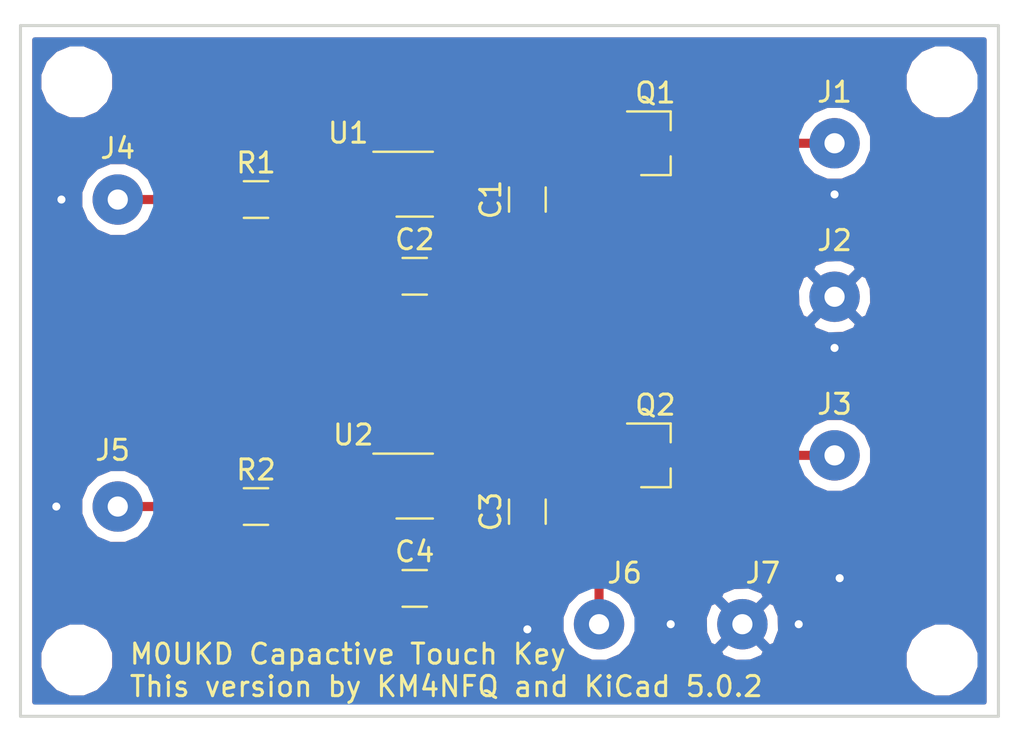
<source format=kicad_pcb>
(kicad_pcb (version 20171130) (host pcbnew 5.0.2+dfsg1-1)

  (general
    (thickness 1.6)
    (drawings 5)
    (tracks 67)
    (zones 0)
    (modules 21)
    (nets 13)
  )

  (page A4)
  (layers
    (0 F.Cu signal)
    (31 B.Cu signal)
    (32 B.Adhes user)
    (33 F.Adhes user)
    (34 B.Paste user)
    (35 F.Paste user)
    (36 B.SilkS user)
    (37 F.SilkS user)
    (38 B.Mask user)
    (39 F.Mask user)
    (40 Dwgs.User user)
    (41 Cmts.User user)
    (42 Eco1.User user)
    (43 Eco2.User user)
    (44 Edge.Cuts user)
    (45 Margin user)
    (46 B.CrtYd user)
    (47 F.CrtYd user)
    (48 B.Fab user)
    (49 F.Fab user)
  )

  (setup
    (last_trace_width 0.25)
    (trace_clearance 0.2)
    (zone_clearance 0.508)
    (zone_45_only no)
    (trace_min 0.2)
    (segment_width 0.2)
    (edge_width 0.15)
    (via_size 0.8)
    (via_drill 0.4)
    (via_min_size 0.4)
    (via_min_drill 0.3)
    (uvia_size 0.3)
    (uvia_drill 0.1)
    (uvias_allowed no)
    (uvia_min_size 0.2)
    (uvia_min_drill 0.1)
    (pcb_text_width 0.3)
    (pcb_text_size 1.5 1.5)
    (mod_edge_width 0.15)
    (mod_text_size 1 1)
    (mod_text_width 0.15)
    (pad_size 2.5 2.5)
    (pad_drill 2.5)
    (pad_to_mask_clearance 0.051)
    (solder_mask_min_width 0.25)
    (aux_axis_origin 0 0)
    (visible_elements FFFFFF7F)
    (pcbplotparams
      (layerselection 0x010fc_ffffffff)
      (usegerberextensions false)
      (usegerberattributes false)
      (usegerberadvancedattributes false)
      (creategerberjobfile false)
      (excludeedgelayer true)
      (linewidth 0.100000)
      (plotframeref false)
      (viasonmask false)
      (mode 1)
      (useauxorigin false)
      (hpglpennumber 1)
      (hpglpenspeed 20)
      (hpglpendiameter 15.000000)
      (psnegative false)
      (psa4output false)
      (plotreference true)
      (plotvalue true)
      (plotinvisibletext false)
      (padsonsilk false)
      (subtractmaskfromsilk false)
      (outputformat 1)
      (mirror false)
      (drillshape 0)
      (scaleselection 1)
      (outputdirectory "./gerber"))
  )

  (net 0 "")
  (net 1 +3V3)
  (net 2 GND)
  (net 3 "Net-(C2-Pad1)")
  (net 4 "Net-(C2-Pad2)")
  (net 5 "Net-(C4-Pad1)")
  (net 6 "Net-(C4-Pad2)")
  (net 7 "Net-(J1-Pad1)")
  (net 8 "Net-(J3-Pad1)")
  (net 9 "Net-(J4-Pad1)")
  (net 10 "Net-(J5-Pad1)")
  (net 11 "Net-(Q1-Pad1)")
  (net 12 "Net-(Q2-Pad1)")

  (net_class Default "This is the default net class."
    (clearance 0.2)
    (trace_width 0.25)
    (via_dia 0.8)
    (via_drill 0.4)
    (uvia_dia 0.3)
    (uvia_drill 0.1)
    (add_net +3V3)
    (add_net GND)
    (add_net "Net-(C2-Pad1)")
    (add_net "Net-(C2-Pad2)")
    (add_net "Net-(C4-Pad1)")
    (add_net "Net-(C4-Pad2)")
    (add_net "Net-(J1-Pad1)")
    (add_net "Net-(J3-Pad1)")
    (add_net "Net-(J4-Pad1)")
    (add_net "Net-(J5-Pad1)")
    (add_net "Net-(Q1-Pad1)")
    (add_net "Net-(Q2-Pad1)")
  )

  (module Capacitor_SMD:C_1206_3216Metric_Pad1.42x1.75mm_HandSolder (layer F.Cu) (tedit 5B301BBE) (tstamp 5DF06989)
    (at 163.322 90.932 90)
    (descr "Capacitor SMD 1206 (3216 Metric), square (rectangular) end terminal, IPC_7351 nominal with elongated pad for handsoldering. (Body size source: http://www.tortai-tech.com/upload/download/2011102023233369053.pdf), generated with kicad-footprint-generator")
    (tags "capacitor handsolder")
    (path /5DEB3D56)
    (attr smd)
    (fp_text reference C1 (at 0 -1.82 90) (layer F.SilkS)
      (effects (font (size 1 1) (thickness 0.15)))
    )
    (fp_text value 100nF (at 0 1.82 90) (layer F.Fab)
      (effects (font (size 1 1) (thickness 0.15)))
    )
    (fp_text user %R (at 0 0 90) (layer F.Fab)
      (effects (font (size 0.8 0.8) (thickness 0.12)))
    )
    (fp_line (start 2.45 1.12) (end -2.45 1.12) (layer F.CrtYd) (width 0.05))
    (fp_line (start 2.45 -1.12) (end 2.45 1.12) (layer F.CrtYd) (width 0.05))
    (fp_line (start -2.45 -1.12) (end 2.45 -1.12) (layer F.CrtYd) (width 0.05))
    (fp_line (start -2.45 1.12) (end -2.45 -1.12) (layer F.CrtYd) (width 0.05))
    (fp_line (start -0.602064 0.91) (end 0.602064 0.91) (layer F.SilkS) (width 0.12))
    (fp_line (start -0.602064 -0.91) (end 0.602064 -0.91) (layer F.SilkS) (width 0.12))
    (fp_line (start 1.6 0.8) (end -1.6 0.8) (layer F.Fab) (width 0.1))
    (fp_line (start 1.6 -0.8) (end 1.6 0.8) (layer F.Fab) (width 0.1))
    (fp_line (start -1.6 -0.8) (end 1.6 -0.8) (layer F.Fab) (width 0.1))
    (fp_line (start -1.6 0.8) (end -1.6 -0.8) (layer F.Fab) (width 0.1))
    (pad 2 smd roundrect (at 1.4875 0 90) (size 1.425 1.75) (layers F.Cu F.Paste F.Mask) (roundrect_rratio 0.175439)
      (net 1 +3V3))
    (pad 1 smd roundrect (at -1.4875 0 90) (size 1.425 1.75) (layers F.Cu F.Paste F.Mask) (roundrect_rratio 0.175439)
      (net 2 GND))
    (model ${KISYS3DMOD}/Capacitor_SMD.3dshapes/C_1206_3216Metric.wrl
      (at (xyz 0 0 0))
      (scale (xyz 1 1 1))
      (rotate (xyz 0 0 0))
    )
  )

  (module Capacitor_SMD:C_1206_3216Metric_Pad1.42x1.75mm_HandSolder (layer F.Cu) (tedit 5B301BBE) (tstamp 5DF0699A)
    (at 157.734 94.742)
    (descr "Capacitor SMD 1206 (3216 Metric), square (rectangular) end terminal, IPC_7351 nominal with elongated pad for handsoldering. (Body size source: http://www.tortai-tech.com/upload/download/2011102023233369053.pdf), generated with kicad-footprint-generator")
    (tags "capacitor handsolder")
    (path /5DEB3E96)
    (attr smd)
    (fp_text reference C2 (at 0 -1.82) (layer F.SilkS)
      (effects (font (size 1 1) (thickness 0.15)))
    )
    (fp_text value 2.2nF (at 0 1.82) (layer F.Fab)
      (effects (font (size 1 1) (thickness 0.15)))
    )
    (fp_text user %R (at 0 0) (layer F.Fab)
      (effects (font (size 0.8 0.8) (thickness 0.12)))
    )
    (fp_line (start 2.45 1.12) (end -2.45 1.12) (layer F.CrtYd) (width 0.05))
    (fp_line (start 2.45 -1.12) (end 2.45 1.12) (layer F.CrtYd) (width 0.05))
    (fp_line (start -2.45 -1.12) (end 2.45 -1.12) (layer F.CrtYd) (width 0.05))
    (fp_line (start -2.45 1.12) (end -2.45 -1.12) (layer F.CrtYd) (width 0.05))
    (fp_line (start -0.602064 0.91) (end 0.602064 0.91) (layer F.SilkS) (width 0.12))
    (fp_line (start -0.602064 -0.91) (end 0.602064 -0.91) (layer F.SilkS) (width 0.12))
    (fp_line (start 1.6 0.8) (end -1.6 0.8) (layer F.Fab) (width 0.1))
    (fp_line (start 1.6 -0.8) (end 1.6 0.8) (layer F.Fab) (width 0.1))
    (fp_line (start -1.6 -0.8) (end 1.6 -0.8) (layer F.Fab) (width 0.1))
    (fp_line (start -1.6 0.8) (end -1.6 -0.8) (layer F.Fab) (width 0.1))
    (pad 2 smd roundrect (at 1.4875 0) (size 1.425 1.75) (layers F.Cu F.Paste F.Mask) (roundrect_rratio 0.175439)
      (net 4 "Net-(C2-Pad2)"))
    (pad 1 smd roundrect (at -1.4875 0) (size 1.425 1.75) (layers F.Cu F.Paste F.Mask) (roundrect_rratio 0.175439)
      (net 3 "Net-(C2-Pad1)"))
    (model ${KISYS3DMOD}/Capacitor_SMD.3dshapes/C_1206_3216Metric.wrl
      (at (xyz 0 0 0))
      (scale (xyz 1 1 1))
      (rotate (xyz 0 0 0))
    )
  )

  (module Capacitor_SMD:C_1206_3216Metric_Pad1.42x1.75mm_HandSolder (layer F.Cu) (tedit 5B301BBE) (tstamp 5DF069AB)
    (at 163.322 106.426 90)
    (descr "Capacitor SMD 1206 (3216 Metric), square (rectangular) end terminal, IPC_7351 nominal with elongated pad for handsoldering. (Body size source: http://www.tortai-tech.com/upload/download/2011102023233369053.pdf), generated with kicad-footprint-generator")
    (tags "capacitor handsolder")
    (path /5DEB410C)
    (attr smd)
    (fp_text reference C3 (at 0 -1.82 90) (layer F.SilkS)
      (effects (font (size 1 1) (thickness 0.15)))
    )
    (fp_text value 100nF (at 0 1.82 90) (layer F.Fab)
      (effects (font (size 1 1) (thickness 0.15)))
    )
    (fp_text user %R (at 0 0 90) (layer F.Fab)
      (effects (font (size 0.8 0.8) (thickness 0.12)))
    )
    (fp_line (start 2.45 1.12) (end -2.45 1.12) (layer F.CrtYd) (width 0.05))
    (fp_line (start 2.45 -1.12) (end 2.45 1.12) (layer F.CrtYd) (width 0.05))
    (fp_line (start -2.45 -1.12) (end 2.45 -1.12) (layer F.CrtYd) (width 0.05))
    (fp_line (start -2.45 1.12) (end -2.45 -1.12) (layer F.CrtYd) (width 0.05))
    (fp_line (start -0.602064 0.91) (end 0.602064 0.91) (layer F.SilkS) (width 0.12))
    (fp_line (start -0.602064 -0.91) (end 0.602064 -0.91) (layer F.SilkS) (width 0.12))
    (fp_line (start 1.6 0.8) (end -1.6 0.8) (layer F.Fab) (width 0.1))
    (fp_line (start 1.6 -0.8) (end 1.6 0.8) (layer F.Fab) (width 0.1))
    (fp_line (start -1.6 -0.8) (end 1.6 -0.8) (layer F.Fab) (width 0.1))
    (fp_line (start -1.6 0.8) (end -1.6 -0.8) (layer F.Fab) (width 0.1))
    (pad 2 smd roundrect (at 1.4875 0 90) (size 1.425 1.75) (layers F.Cu F.Paste F.Mask) (roundrect_rratio 0.175439)
      (net 1 +3V3))
    (pad 1 smd roundrect (at -1.4875 0 90) (size 1.425 1.75) (layers F.Cu F.Paste F.Mask) (roundrect_rratio 0.175439)
      (net 2 GND))
    (model ${KISYS3DMOD}/Capacitor_SMD.3dshapes/C_1206_3216Metric.wrl
      (at (xyz 0 0 0))
      (scale (xyz 1 1 1))
      (rotate (xyz 0 0 0))
    )
  )

  (module Capacitor_SMD:C_1206_3216Metric_Pad1.42x1.75mm_HandSolder (layer F.Cu) (tedit 5B301BBE) (tstamp 5DF069BC)
    (at 157.734 110.236)
    (descr "Capacitor SMD 1206 (3216 Metric), square (rectangular) end terminal, IPC_7351 nominal with elongated pad for handsoldering. (Body size source: http://www.tortai-tech.com/upload/download/2011102023233369053.pdf), generated with kicad-footprint-generator")
    (tags "capacitor handsolder")
    (path /5DEB4172)
    (attr smd)
    (fp_text reference C4 (at 0 -1.82) (layer F.SilkS)
      (effects (font (size 1 1) (thickness 0.15)))
    )
    (fp_text value 2.2nF (at 0 1.82) (layer F.Fab)
      (effects (font (size 1 1) (thickness 0.15)))
    )
    (fp_text user %R (at 0 0) (layer F.Fab)
      (effects (font (size 0.8 0.8) (thickness 0.12)))
    )
    (fp_line (start 2.45 1.12) (end -2.45 1.12) (layer F.CrtYd) (width 0.05))
    (fp_line (start 2.45 -1.12) (end 2.45 1.12) (layer F.CrtYd) (width 0.05))
    (fp_line (start -2.45 -1.12) (end 2.45 -1.12) (layer F.CrtYd) (width 0.05))
    (fp_line (start -2.45 1.12) (end -2.45 -1.12) (layer F.CrtYd) (width 0.05))
    (fp_line (start -0.602064 0.91) (end 0.602064 0.91) (layer F.SilkS) (width 0.12))
    (fp_line (start -0.602064 -0.91) (end 0.602064 -0.91) (layer F.SilkS) (width 0.12))
    (fp_line (start 1.6 0.8) (end -1.6 0.8) (layer F.Fab) (width 0.1))
    (fp_line (start 1.6 -0.8) (end 1.6 0.8) (layer F.Fab) (width 0.1))
    (fp_line (start -1.6 -0.8) (end 1.6 -0.8) (layer F.Fab) (width 0.1))
    (fp_line (start -1.6 0.8) (end -1.6 -0.8) (layer F.Fab) (width 0.1))
    (pad 2 smd roundrect (at 1.4875 0) (size 1.425 1.75) (layers F.Cu F.Paste F.Mask) (roundrect_rratio 0.175439)
      (net 6 "Net-(C4-Pad2)"))
    (pad 1 smd roundrect (at -1.4875 0) (size 1.425 1.75) (layers F.Cu F.Paste F.Mask) (roundrect_rratio 0.175439)
      (net 5 "Net-(C4-Pad1)"))
    (model ${KISYS3DMOD}/Capacitor_SMD.3dshapes/C_1206_3216Metric.wrl
      (at (xyz 0 0 0))
      (scale (xyz 1 1 1))
      (rotate (xyz 0 0 0))
    )
  )

  (module Connector_Wire:SolderWirePad_1x01_Drill1mm (layer F.Cu) (tedit 5AEE5EBE) (tstamp 5DF069C6)
    (at 178.562 88.138)
    (descr "Wire solder connection")
    (tags connector)
    (path /5DEBA910)
    (attr virtual)
    (fp_text reference J1 (at 0 -2.54) (layer F.SilkS)
      (effects (font (size 1 1) (thickness 0.15)))
    )
    (fp_text value TIP (at 4.064 0) (layer F.Fab)
      (effects (font (size 1 1) (thickness 0.15)))
    )
    (fp_line (start 1.75 1.75) (end -1.75 1.75) (layer F.CrtYd) (width 0.05))
    (fp_line (start 1.75 1.75) (end 1.75 -1.75) (layer F.CrtYd) (width 0.05))
    (fp_line (start -1.75 -1.75) (end -1.75 1.75) (layer F.CrtYd) (width 0.05))
    (fp_line (start -1.75 -1.75) (end 1.75 -1.75) (layer F.CrtYd) (width 0.05))
    (fp_text user %R (at 0 0) (layer F.Fab)
      (effects (font (size 1 1) (thickness 0.15)))
    )
    (pad 1 thru_hole circle (at 0 0) (size 2.49936 2.49936) (drill 1.00076) (layers *.Cu *.Mask)
      (net 7 "Net-(J1-Pad1)"))
  )

  (module Connector_Wire:SolderWirePad_1x01_Drill1mm (layer F.Cu) (tedit 5AEE5EBE) (tstamp 5DF069D0)
    (at 178.562 95.758)
    (descr "Wire solder connection")
    (tags connector)
    (path /5DEC2363)
    (attr virtual)
    (fp_text reference J2 (at 0 -2.794) (layer F.SilkS)
      (effects (font (size 1 1) (thickness 0.15)))
    )
    (fp_text value GND (at 4.318 0) (layer F.Fab)
      (effects (font (size 1 1) (thickness 0.15)))
    )
    (fp_line (start 1.75 1.75) (end -1.75 1.75) (layer F.CrtYd) (width 0.05))
    (fp_line (start 1.75 1.75) (end 1.75 -1.75) (layer F.CrtYd) (width 0.05))
    (fp_line (start -1.75 -1.75) (end -1.75 1.75) (layer F.CrtYd) (width 0.05))
    (fp_line (start -1.75 -1.75) (end 1.75 -1.75) (layer F.CrtYd) (width 0.05))
    (fp_text user %R (at 0 0) (layer F.Fab)
      (effects (font (size 1 1) (thickness 0.15)))
    )
    (pad 1 thru_hole circle (at 0 0) (size 2.49936 2.49936) (drill 1.00076) (layers *.Cu *.Mask)
      (net 2 GND))
  )

  (module Connector_Wire:SolderWirePad_1x01_Drill1mm (layer F.Cu) (tedit 5AEE5EBE) (tstamp 5DF069DA)
    (at 178.562 103.632)
    (descr "Wire solder connection")
    (tags connector)
    (path /5DEBA52C)
    (attr virtual)
    (fp_text reference J3 (at 0 -2.54) (layer F.SilkS)
      (effects (font (size 1 1) (thickness 0.15)))
    )
    (fp_text value RING (at 4.318 0) (layer F.Fab)
      (effects (font (size 1 1) (thickness 0.15)))
    )
    (fp_line (start 1.75 1.75) (end -1.75 1.75) (layer F.CrtYd) (width 0.05))
    (fp_line (start 1.75 1.75) (end 1.75 -1.75) (layer F.CrtYd) (width 0.05))
    (fp_line (start -1.75 -1.75) (end -1.75 1.75) (layer F.CrtYd) (width 0.05))
    (fp_line (start -1.75 -1.75) (end 1.75 -1.75) (layer F.CrtYd) (width 0.05))
    (fp_text user %R (at 0 0) (layer F.Fab)
      (effects (font (size 1 1) (thickness 0.15)))
    )
    (pad 1 thru_hole circle (at 0 0) (size 2.49936 2.49936) (drill 1.00076) (layers *.Cu *.Mask)
      (net 8 "Net-(J3-Pad1)"))
  )

  (module Connector_Wire:SolderWirePad_1x01_Drill1mm (layer F.Cu) (tedit 5AEE5EBE) (tstamp 5DF069E4)
    (at 143.002 90.932)
    (descr "Wire solder connection")
    (tags connector)
    (path /5DEBA3EA)
    (attr virtual)
    (fp_text reference J4 (at 0 -2.54) (layer F.SilkS)
      (effects (font (size 1 1) (thickness 0.15)))
    )
    (fp_text value DIT (at 0 3.175) (layer F.Fab)
      (effects (font (size 1 1) (thickness 0.15)))
    )
    (fp_line (start 1.75 1.75) (end -1.75 1.75) (layer F.CrtYd) (width 0.05))
    (fp_line (start 1.75 1.75) (end 1.75 -1.75) (layer F.CrtYd) (width 0.05))
    (fp_line (start -1.75 -1.75) (end -1.75 1.75) (layer F.CrtYd) (width 0.05))
    (fp_line (start -1.75 -1.75) (end 1.75 -1.75) (layer F.CrtYd) (width 0.05))
    (fp_text user %R (at 0 0) (layer F.Fab)
      (effects (font (size 1 1) (thickness 0.15)))
    )
    (pad 1 thru_hole circle (at 0 0) (size 2.49936 2.49936) (drill 1.00076) (layers *.Cu *.Mask)
      (net 9 "Net-(J4-Pad1)"))
  )

  (module Connector_Wire:SolderWirePad_1x01_Drill1mm (layer F.Cu) (tedit 5AEE5EBE) (tstamp 5DF069EE)
    (at 143.002 106.172)
    (descr "Wire solder connection")
    (tags connector)
    (path /5DEBA4BA)
    (attr virtual)
    (fp_text reference J5 (at -0.254 -2.794) (layer F.SilkS)
      (effects (font (size 1 1) (thickness 0.15)))
    )
    (fp_text value DAH (at 0 3.175) (layer F.Fab)
      (effects (font (size 1 1) (thickness 0.15)))
    )
    (fp_line (start 1.75 1.75) (end -1.75 1.75) (layer F.CrtYd) (width 0.05))
    (fp_line (start 1.75 1.75) (end 1.75 -1.75) (layer F.CrtYd) (width 0.05))
    (fp_line (start -1.75 -1.75) (end -1.75 1.75) (layer F.CrtYd) (width 0.05))
    (fp_line (start -1.75 -1.75) (end 1.75 -1.75) (layer F.CrtYd) (width 0.05))
    (fp_text user %R (at 0 0) (layer F.Fab)
      (effects (font (size 1 1) (thickness 0.15)))
    )
    (pad 1 thru_hole circle (at 0 0) (size 2.49936 2.49936) (drill 1.00076) (layers *.Cu *.Mask)
      (net 10 "Net-(J5-Pad1)"))
  )

  (module Connector_Wire:SolderWirePad_1x01_Drill1mm (layer F.Cu) (tedit 5AEE5EBE) (tstamp 5DF069F8)
    (at 166.878 112.014)
    (descr "Wire solder connection")
    (tags connector)
    (path /5DED63A4)
    (attr virtual)
    (fp_text reference J6 (at 1.27 -2.54) (layer F.SilkS)
      (effects (font (size 1 1) (thickness 0.15)))
    )
    (fp_text value + (at 2.794 -2.794) (layer F.Fab)
      (effects (font (size 1 1) (thickness 0.15)))
    )
    (fp_line (start 1.75 1.75) (end -1.75 1.75) (layer F.CrtYd) (width 0.05))
    (fp_line (start 1.75 1.75) (end 1.75 -1.75) (layer F.CrtYd) (width 0.05))
    (fp_line (start -1.75 -1.75) (end -1.75 1.75) (layer F.CrtYd) (width 0.05))
    (fp_line (start -1.75 -1.75) (end 1.75 -1.75) (layer F.CrtYd) (width 0.05))
    (fp_text user %R (at 0 0) (layer F.Fab)
      (effects (font (size 1 1) (thickness 0.15)))
    )
    (pad 1 thru_hole circle (at 0 0) (size 2.49936 2.49936) (drill 1.00076) (layers *.Cu *.Mask)
      (net 1 +3V3))
  )

  (module Connector_Wire:SolderWirePad_1x01_Drill1mm (layer F.Cu) (tedit 5AEE5EBE) (tstamp 5DF06A02)
    (at 173.99 112.014)
    (descr "Wire solder connection")
    (tags connector)
    (path /5DED6452)
    (attr virtual)
    (fp_text reference J7 (at 1.016 -2.54) (layer F.SilkS)
      (effects (font (size 1 1) (thickness 0.15)))
    )
    (fp_text value - (at 2.54 -2.54) (layer F.Fab)
      (effects (font (size 1 1) (thickness 0.15)))
    )
    (fp_line (start 1.75 1.75) (end -1.75 1.75) (layer F.CrtYd) (width 0.05))
    (fp_line (start 1.75 1.75) (end 1.75 -1.75) (layer F.CrtYd) (width 0.05))
    (fp_line (start -1.75 -1.75) (end -1.75 1.75) (layer F.CrtYd) (width 0.05))
    (fp_line (start -1.75 -1.75) (end 1.75 -1.75) (layer F.CrtYd) (width 0.05))
    (fp_text user %R (at 0 0) (layer F.Fab)
      (effects (font (size 1 1) (thickness 0.15)))
    )
    (pad 1 thru_hole circle (at 0 0) (size 2.49936 2.49936) (drill 1.00076) (layers *.Cu *.Mask)
      (net 2 GND))
  )

  (module Package_TO_SOT_SMD:SOT-23 (layer F.Cu) (tedit 5A02FF57) (tstamp 5DF06A17)
    (at 169.672 88.138)
    (descr "SOT-23, Standard")
    (tags SOT-23)
    (path /5DEB371A)
    (attr smd)
    (fp_text reference Q1 (at 0 -2.5) (layer F.SilkS)
      (effects (font (size 1 1) (thickness 0.15)))
    )
    (fp_text value IRFML8244TRPBF (at 0 2.5) (layer F.Fab) hide
      (effects (font (size 1 1) (thickness 0.15)))
    )
    (fp_line (start 0.76 1.58) (end -0.7 1.58) (layer F.SilkS) (width 0.12))
    (fp_line (start 0.76 -1.58) (end -1.4 -1.58) (layer F.SilkS) (width 0.12))
    (fp_line (start -1.7 1.75) (end -1.7 -1.75) (layer F.CrtYd) (width 0.05))
    (fp_line (start 1.7 1.75) (end -1.7 1.75) (layer F.CrtYd) (width 0.05))
    (fp_line (start 1.7 -1.75) (end 1.7 1.75) (layer F.CrtYd) (width 0.05))
    (fp_line (start -1.7 -1.75) (end 1.7 -1.75) (layer F.CrtYd) (width 0.05))
    (fp_line (start 0.76 -1.58) (end 0.76 -0.65) (layer F.SilkS) (width 0.12))
    (fp_line (start 0.76 1.58) (end 0.76 0.65) (layer F.SilkS) (width 0.12))
    (fp_line (start -0.7 1.52) (end 0.7 1.52) (layer F.Fab) (width 0.1))
    (fp_line (start 0.7 -1.52) (end 0.7 1.52) (layer F.Fab) (width 0.1))
    (fp_line (start -0.7 -0.95) (end -0.15 -1.52) (layer F.Fab) (width 0.1))
    (fp_line (start -0.15 -1.52) (end 0.7 -1.52) (layer F.Fab) (width 0.1))
    (fp_line (start -0.7 -0.95) (end -0.7 1.5) (layer F.Fab) (width 0.1))
    (fp_text user %R (at 0 0 90) (layer F.Fab)
      (effects (font (size 0.5 0.5) (thickness 0.075)))
    )
    (pad 3 smd rect (at 1 0) (size 0.9 0.8) (layers F.Cu F.Paste F.Mask)
      (net 7 "Net-(J1-Pad1)"))
    (pad 2 smd rect (at -1 0.95) (size 0.9 0.8) (layers F.Cu F.Paste F.Mask)
      (net 2 GND))
    (pad 1 smd rect (at -1 -0.95) (size 0.9 0.8) (layers F.Cu F.Paste F.Mask)
      (net 11 "Net-(Q1-Pad1)"))
    (model ${KISYS3DMOD}/Package_TO_SOT_SMD.3dshapes/SOT-23.wrl
      (at (xyz 0 0 0))
      (scale (xyz 1 1 1))
      (rotate (xyz 0 0 0))
    )
  )

  (module Package_TO_SOT_SMD:SOT-23 (layer F.Cu) (tedit 5A02FF57) (tstamp 5DF06A2C)
    (at 169.672 103.632)
    (descr "SOT-23, Standard")
    (tags SOT-23)
    (path /5DEB37DE)
    (attr smd)
    (fp_text reference Q2 (at 0 -2.5) (layer F.SilkS)
      (effects (font (size 1 1) (thickness 0.15)))
    )
    (fp_text value IRFML8244TRPBF (at -4.318 -3.81) (layer F.Fab) hide
      (effects (font (size 1 1) (thickness 0.15)))
    )
    (fp_line (start 0.76 1.58) (end -0.7 1.58) (layer F.SilkS) (width 0.12))
    (fp_line (start 0.76 -1.58) (end -1.4 -1.58) (layer F.SilkS) (width 0.12))
    (fp_line (start -1.7 1.75) (end -1.7 -1.75) (layer F.CrtYd) (width 0.05))
    (fp_line (start 1.7 1.75) (end -1.7 1.75) (layer F.CrtYd) (width 0.05))
    (fp_line (start 1.7 -1.75) (end 1.7 1.75) (layer F.CrtYd) (width 0.05))
    (fp_line (start -1.7 -1.75) (end 1.7 -1.75) (layer F.CrtYd) (width 0.05))
    (fp_line (start 0.76 -1.58) (end 0.76 -0.65) (layer F.SilkS) (width 0.12))
    (fp_line (start 0.76 1.58) (end 0.76 0.65) (layer F.SilkS) (width 0.12))
    (fp_line (start -0.7 1.52) (end 0.7 1.52) (layer F.Fab) (width 0.1))
    (fp_line (start 0.7 -1.52) (end 0.7 1.52) (layer F.Fab) (width 0.1))
    (fp_line (start -0.7 -0.95) (end -0.15 -1.52) (layer F.Fab) (width 0.1))
    (fp_line (start -0.15 -1.52) (end 0.7 -1.52) (layer F.Fab) (width 0.1))
    (fp_line (start -0.7 -0.95) (end -0.7 1.5) (layer F.Fab) (width 0.1))
    (fp_text user %R (at 0 0 90) (layer F.Fab)
      (effects (font (size 0.5 0.5) (thickness 0.075)))
    )
    (pad 3 smd rect (at 1 0) (size 0.9 0.8) (layers F.Cu F.Paste F.Mask)
      (net 8 "Net-(J3-Pad1)"))
    (pad 2 smd rect (at -1 0.95) (size 0.9 0.8) (layers F.Cu F.Paste F.Mask)
      (net 2 GND))
    (pad 1 smd rect (at -1 -0.95) (size 0.9 0.8) (layers F.Cu F.Paste F.Mask)
      (net 12 "Net-(Q2-Pad1)"))
    (model ${KISYS3DMOD}/Package_TO_SOT_SMD.3dshapes/SOT-23.wrl
      (at (xyz 0 0 0))
      (scale (xyz 1 1 1))
      (rotate (xyz 0 0 0))
    )
  )

  (module Resistor_SMD:R_1206_3216Metric_Pad1.42x1.75mm_HandSolder (layer F.Cu) (tedit 5B301BBD) (tstamp 5DF06A3D)
    (at 149.86 90.932)
    (descr "Resistor SMD 1206 (3216 Metric), square (rectangular) end terminal, IPC_7351 nominal with elongated pad for handsoldering. (Body size source: http://www.tortai-tech.com/upload/download/2011102023233369053.pdf), generated with kicad-footprint-generator")
    (tags "resistor handsolder")
    (path /5DEB3C39)
    (attr smd)
    (fp_text reference R1 (at 0 -1.82) (layer F.SilkS)
      (effects (font (size 1 1) (thickness 0.15)))
    )
    (fp_text value 22K (at 0 1.82) (layer F.Fab)
      (effects (font (size 1 1) (thickness 0.15)))
    )
    (fp_text user %R (at 0 0) (layer F.Fab)
      (effects (font (size 0.8 0.8) (thickness 0.12)))
    )
    (fp_line (start 2.45 1.12) (end -2.45 1.12) (layer F.CrtYd) (width 0.05))
    (fp_line (start 2.45 -1.12) (end 2.45 1.12) (layer F.CrtYd) (width 0.05))
    (fp_line (start -2.45 -1.12) (end 2.45 -1.12) (layer F.CrtYd) (width 0.05))
    (fp_line (start -2.45 1.12) (end -2.45 -1.12) (layer F.CrtYd) (width 0.05))
    (fp_line (start -0.602064 0.91) (end 0.602064 0.91) (layer F.SilkS) (width 0.12))
    (fp_line (start -0.602064 -0.91) (end 0.602064 -0.91) (layer F.SilkS) (width 0.12))
    (fp_line (start 1.6 0.8) (end -1.6 0.8) (layer F.Fab) (width 0.1))
    (fp_line (start 1.6 -0.8) (end 1.6 0.8) (layer F.Fab) (width 0.1))
    (fp_line (start -1.6 -0.8) (end 1.6 -0.8) (layer F.Fab) (width 0.1))
    (fp_line (start -1.6 0.8) (end -1.6 -0.8) (layer F.Fab) (width 0.1))
    (pad 2 smd roundrect (at 1.4875 0) (size 1.425 1.75) (layers F.Cu F.Paste F.Mask) (roundrect_rratio 0.175439)
      (net 3 "Net-(C2-Pad1)"))
    (pad 1 smd roundrect (at -1.4875 0) (size 1.425 1.75) (layers F.Cu F.Paste F.Mask) (roundrect_rratio 0.175439)
      (net 9 "Net-(J4-Pad1)"))
    (model ${KISYS3DMOD}/Resistor_SMD.3dshapes/R_1206_3216Metric.wrl
      (at (xyz 0 0 0))
      (scale (xyz 1 1 1))
      (rotate (xyz 0 0 0))
    )
  )

  (module Resistor_SMD:R_1206_3216Metric_Pad1.42x1.75mm_HandSolder (layer F.Cu) (tedit 5B301BBD) (tstamp 5DF06A4E)
    (at 149.86 106.172)
    (descr "Resistor SMD 1206 (3216 Metric), square (rectangular) end terminal, IPC_7351 nominal with elongated pad for handsoldering. (Body size source: http://www.tortai-tech.com/upload/download/2011102023233369053.pdf), generated with kicad-footprint-generator")
    (tags "resistor handsolder")
    (path /5DEB3CF1)
    (attr smd)
    (fp_text reference R2 (at 0 -1.82) (layer F.SilkS)
      (effects (font (size 1 1) (thickness 0.15)))
    )
    (fp_text value 22K (at 0 1.82) (layer F.Fab)
      (effects (font (size 1 1) (thickness 0.15)))
    )
    (fp_text user %R (at 0 0) (layer F.Fab)
      (effects (font (size 0.8 0.8) (thickness 0.12)))
    )
    (fp_line (start 2.45 1.12) (end -2.45 1.12) (layer F.CrtYd) (width 0.05))
    (fp_line (start 2.45 -1.12) (end 2.45 1.12) (layer F.CrtYd) (width 0.05))
    (fp_line (start -2.45 -1.12) (end 2.45 -1.12) (layer F.CrtYd) (width 0.05))
    (fp_line (start -2.45 1.12) (end -2.45 -1.12) (layer F.CrtYd) (width 0.05))
    (fp_line (start -0.602064 0.91) (end 0.602064 0.91) (layer F.SilkS) (width 0.12))
    (fp_line (start -0.602064 -0.91) (end 0.602064 -0.91) (layer F.SilkS) (width 0.12))
    (fp_line (start 1.6 0.8) (end -1.6 0.8) (layer F.Fab) (width 0.1))
    (fp_line (start 1.6 -0.8) (end 1.6 0.8) (layer F.Fab) (width 0.1))
    (fp_line (start -1.6 -0.8) (end 1.6 -0.8) (layer F.Fab) (width 0.1))
    (fp_line (start -1.6 0.8) (end -1.6 -0.8) (layer F.Fab) (width 0.1))
    (pad 2 smd roundrect (at 1.4875 0) (size 1.425 1.75) (layers F.Cu F.Paste F.Mask) (roundrect_rratio 0.175439)
      (net 5 "Net-(C4-Pad1)"))
    (pad 1 smd roundrect (at -1.4875 0) (size 1.425 1.75) (layers F.Cu F.Paste F.Mask) (roundrect_rratio 0.175439)
      (net 10 "Net-(J5-Pad1)"))
    (model ${KISYS3DMOD}/Resistor_SMD.3dshapes/R_1206_3216Metric.wrl
      (at (xyz 0 0 0))
      (scale (xyz 1 1 1))
      (rotate (xyz 0 0 0))
    )
  )

  (module Package_TO_SOT_SMD:SOT-23-6_Handsoldering (layer F.Cu) (tedit 5A02FF57) (tstamp 5DF06A64)
    (at 157.734 90.17)
    (descr "6-pin SOT-23 package, Handsoldering")
    (tags "SOT-23-6 Handsoldering")
    (path /5DEB3B7A)
    (attr smd)
    (fp_text reference U1 (at -3.302 -2.54) (layer F.SilkS)
      (effects (font (size 1 1) (thickness 0.15)))
    )
    (fp_text value AT42QT1011 (at 0 2.9) (layer F.Fab) hide
      (effects (font (size 1 1) (thickness 0.15)))
    )
    (fp_line (start 0.9 -1.55) (end 0.9 1.55) (layer F.Fab) (width 0.1))
    (fp_line (start 0.9 1.55) (end -0.9 1.55) (layer F.Fab) (width 0.1))
    (fp_line (start -0.9 -0.9) (end -0.9 1.55) (layer F.Fab) (width 0.1))
    (fp_line (start 0.9 -1.55) (end -0.25 -1.55) (layer F.Fab) (width 0.1))
    (fp_line (start -0.9 -0.9) (end -0.25 -1.55) (layer F.Fab) (width 0.1))
    (fp_line (start -2.4 -1.8) (end 2.4 -1.8) (layer F.CrtYd) (width 0.05))
    (fp_line (start 2.4 -1.8) (end 2.4 1.8) (layer F.CrtYd) (width 0.05))
    (fp_line (start 2.4 1.8) (end -2.4 1.8) (layer F.CrtYd) (width 0.05))
    (fp_line (start -2.4 1.8) (end -2.4 -1.8) (layer F.CrtYd) (width 0.05))
    (fp_line (start 0.9 -1.61) (end -2.05 -1.61) (layer F.SilkS) (width 0.12))
    (fp_line (start -0.9 1.61) (end 0.9 1.61) (layer F.SilkS) (width 0.12))
    (fp_text user %R (at 0 0 90) (layer F.Fab)
      (effects (font (size 0.5 0.5) (thickness 0.075)))
    )
    (pad 5 smd rect (at 1.35 0) (size 1.56 0.65) (layers F.Cu F.Paste F.Mask)
      (net 1 +3V3))
    (pad 6 smd rect (at 1.35 -0.95) (size 1.56 0.65) (layers F.Cu F.Paste F.Mask)
      (net 1 +3V3))
    (pad 4 smd rect (at 1.35 0.95) (size 1.56 0.65) (layers F.Cu F.Paste F.Mask)
      (net 4 "Net-(C2-Pad2)"))
    (pad 3 smd rect (at -1.35 0.95) (size 1.56 0.65) (layers F.Cu F.Paste F.Mask)
      (net 3 "Net-(C2-Pad1)"))
    (pad 2 smd rect (at -1.35 0) (size 1.56 0.65) (layers F.Cu F.Paste F.Mask)
      (net 2 GND))
    (pad 1 smd rect (at -1.35 -0.95) (size 1.56 0.65) (layers F.Cu F.Paste F.Mask)
      (net 11 "Net-(Q1-Pad1)"))
    (model ${KISYS3DMOD}/Package_TO_SOT_SMD.3dshapes/SOT-23-6.wrl
      (at (xyz 0 0 0))
      (scale (xyz 1 1 1))
      (rotate (xyz 0 0 0))
    )
  )

  (module Package_TO_SOT_SMD:SOT-23-6_Handsoldering (layer F.Cu) (tedit 5A02FF57) (tstamp 5DF06A7A)
    (at 157.734 105.156)
    (descr "6-pin SOT-23 package, Handsoldering")
    (tags "SOT-23-6 Handsoldering")
    (path /5DEB3BB6)
    (attr smd)
    (fp_text reference U2 (at -3.048 -2.54) (layer F.SilkS)
      (effects (font (size 1 1) (thickness 0.15)))
    )
    (fp_text value AT42QT1011 (at 0 2.9) (layer F.Fab) hide
      (effects (font (size 1 1) (thickness 0.15)))
    )
    (fp_line (start 0.9 -1.55) (end 0.9 1.55) (layer F.Fab) (width 0.1))
    (fp_line (start 0.9 1.55) (end -0.9 1.55) (layer F.Fab) (width 0.1))
    (fp_line (start -0.9 -0.9) (end -0.9 1.55) (layer F.Fab) (width 0.1))
    (fp_line (start 0.9 -1.55) (end -0.25 -1.55) (layer F.Fab) (width 0.1))
    (fp_line (start -0.9 -0.9) (end -0.25 -1.55) (layer F.Fab) (width 0.1))
    (fp_line (start -2.4 -1.8) (end 2.4 -1.8) (layer F.CrtYd) (width 0.05))
    (fp_line (start 2.4 -1.8) (end 2.4 1.8) (layer F.CrtYd) (width 0.05))
    (fp_line (start 2.4 1.8) (end -2.4 1.8) (layer F.CrtYd) (width 0.05))
    (fp_line (start -2.4 1.8) (end -2.4 -1.8) (layer F.CrtYd) (width 0.05))
    (fp_line (start 0.9 -1.61) (end -2.05 -1.61) (layer F.SilkS) (width 0.12))
    (fp_line (start -0.9 1.61) (end 0.9 1.61) (layer F.SilkS) (width 0.12))
    (fp_text user %R (at 0 0 90) (layer F.Fab)
      (effects (font (size 0.5 0.5) (thickness 0.075)))
    )
    (pad 5 smd rect (at 1.35 0) (size 1.56 0.65) (layers F.Cu F.Paste F.Mask)
      (net 1 +3V3))
    (pad 6 smd rect (at 1.35 -0.95) (size 1.56 0.65) (layers F.Cu F.Paste F.Mask)
      (net 1 +3V3))
    (pad 4 smd rect (at 1.35 0.95) (size 1.56 0.65) (layers F.Cu F.Paste F.Mask)
      (net 6 "Net-(C4-Pad2)"))
    (pad 3 smd rect (at -1.35 0.95) (size 1.56 0.65) (layers F.Cu F.Paste F.Mask)
      (net 5 "Net-(C4-Pad1)"))
    (pad 2 smd rect (at -1.35 0) (size 1.56 0.65) (layers F.Cu F.Paste F.Mask)
      (net 2 GND))
    (pad 1 smd rect (at -1.35 -0.95) (size 1.56 0.65) (layers F.Cu F.Paste F.Mask)
      (net 12 "Net-(Q2-Pad1)"))
    (model ${KISYS3DMOD}/Package_TO_SOT_SMD.3dshapes/SOT-23-6.wrl
      (at (xyz 0 0 0))
      (scale (xyz 1 1 1))
      (rotate (xyz 0 0 0))
    )
  )

  (module MountingHole:MountingHole_2.5mm (layer F.Cu) (tedit 5E07831F) (tstamp 5E07867B)
    (at 140.97 85.09)
    (descr "Mounting Hole 2.5mm, no annular")
    (tags "mounting hole 2.5mm no annular")
    (path /5E076795)
    (attr virtual)
    (fp_text reference H1 (at 0 -3.5) (layer F.SilkS) hide
      (effects (font (size 1 1) (thickness 0.15)))
    )
    (fp_text value MountingHole (at 0 3.5) (layer F.Fab) hide
      (effects (font (size 1 1) (thickness 0.15)))
    )
    (fp_circle (center 0 0) (end 2.75 0) (layer F.CrtYd) (width 0.05))
    (fp_circle (center 0 0) (end 2.5 0) (layer Cmts.User) (width 0.15))
    (fp_text user %R (at 0.3 0) (layer F.Fab)
      (effects (font (size 1 1) (thickness 0.15)))
    )
    (pad 1 np_thru_hole circle (at 0 0) (size 2.5 2.5) (drill 2.5) (layers *.Cu *.Mask))
  )

  (module MountingHole:MountingHole_2.5mm (layer F.Cu) (tedit 5E078309) (tstamp 5E078682)
    (at 140.97 113.792)
    (descr "Mounting Hole 2.5mm, no annular")
    (tags "mounting hole 2.5mm no annular")
    (path /5E07692F)
    (attr virtual)
    (fp_text reference H2 (at 0 -3.5) (layer F.SilkS) hide
      (effects (font (size 1 1) (thickness 0.15)))
    )
    (fp_text value MountingHole (at 0 3.5) (layer F.Fab) hide
      (effects (font (size 1 1) (thickness 0.15)))
    )
    (fp_text user %R (at 0.3 0) (layer F.Fab)
      (effects (font (size 1 1) (thickness 0.15)))
    )
    (fp_circle (center 0 0) (end 2.5 0) (layer Cmts.User) (width 0.15))
    (fp_circle (center 0 0) (end 2.75 0) (layer F.CrtYd) (width 0.05))
    (pad 1 np_thru_hole circle (at 0 0) (size 2.5 2.5) (drill 2.5) (layers *.Cu *.Mask))
  )

  (module MountingHole:MountingHole_2.5mm (layer F.Cu) (tedit 5E078361) (tstamp 5E078689)
    (at 183.896 85.09)
    (descr "Mounting Hole 2.5mm, no annular")
    (tags "mounting hole 2.5mm no annular")
    (path /5E076969)
    (attr virtual)
    (fp_text reference H3 (at 0 -3.5) (layer F.SilkS) hide
      (effects (font (size 1 1) (thickness 0.15)))
    )
    (fp_text value MountingHole (at 0 3.5) (layer F.Fab) hide
      (effects (font (size 1 1) (thickness 0.15)))
    )
    (fp_circle (center 0 0) (end 2.75 0) (layer F.CrtYd) (width 0.05))
    (fp_circle (center 0 0) (end 2.5 0) (layer Cmts.User) (width 0.15))
    (fp_text user %R (at 0.3 0) (layer F.Fab)
      (effects (font (size 1 1) (thickness 0.15)))
    )
    (pad "" np_thru_hole circle (at 0 0) (size 2.5 2.5) (drill 2.5) (layers *.Cu *.Mask))
  )

  (module MountingHole:MountingHole_2.5mm (layer F.Cu) (tedit 5E0782F7) (tstamp 5E078690)
    (at 183.896 113.792)
    (descr "Mounting Hole 2.5mm, no annular")
    (tags "mounting hole 2.5mm no annular")
    (path /5E0769A5)
    (attr virtual)
    (fp_text reference H4 (at 0 -3.5) (layer F.SilkS) hide
      (effects (font (size 1 1) (thickness 0.15)))
    )
    (fp_text value MountingHole (at 0 3.5) (layer F.Fab) hide
      (effects (font (size 1 1) (thickness 0.15)))
    )
    (fp_text user %R (at 0.3 0) (layer F.Fab)
      (effects (font (size 1 1) (thickness 0.15)))
    )
    (fp_circle (center 0 0) (end 2.5 0) (layer Cmts.User) (width 0.15))
    (fp_circle (center 0 0) (end 2.75 0) (layer F.CrtYd) (width 0.05))
    (pad 1 np_thru_hole circle (at 0 0) (size 2.5 2.5) (drill 2.5) (layers *.Cu *.Mask))
  )

  (gr_text "M0UKD Capactive Touch Key\nThis version by KM4NFQ and KiCad 5.0.2" (at 143.51 114.3) (layer F.SilkS)
    (effects (font (size 1 1) (thickness 0.15)) (justify left))
  )
  (gr_line (start 138.176 82.296) (end 186.69 82.296) (layer Edge.Cuts) (width 0.15))
  (gr_line (start 138.176 116.586) (end 138.176 82.296) (layer Edge.Cuts) (width 0.15))
  (gr_line (start 186.69 116.586) (end 138.176 116.586) (layer Edge.Cuts) (width 0.15))
  (gr_line (start 186.69 82.296) (end 186.69 116.586) (layer Edge.Cuts) (width 0.15))

  (segment (start 166.878 110.246686) (end 166.878 112.014) (width 0.45) (layer F.Cu) (net 1))
  (segment (start 166.878 107.5195) (end 166.878 110.246686) (width 0.45) (layer F.Cu) (net 1))
  (segment (start 164.297 104.9385) (end 166.878 107.5195) (width 0.45) (layer F.Cu) (net 1))
  (segment (start 163.322 104.9385) (end 164.297 104.9385) (width 0.45) (layer F.Cu) (net 1))
  (segment (start 166.878 112.014) (end 166.878 108.458) (width 0.25) (layer F.Cu) (net 1))
  (segment (start 166.878 107.5195) (end 181.5325 107.5195) (width 0.45) (layer F.Cu) (net 1))
  (segment (start 181.5325 107.5195) (end 182.626 106.426) (width 0.45) (layer F.Cu) (net 1))
  (segment (start 182.626 106.426) (end 182.626 101.6) (width 0.45) (layer F.Cu) (net 1))
  (segment (start 182.626 101.6) (end 180.848 99.822) (width 0.45) (layer F.Cu) (net 1))
  (segment (start 173.6995 99.822) (end 166.116 92.2385) (width 0.45) (layer F.Cu) (net 1))
  (segment (start 180.848 99.822) (end 173.6995 99.822) (width 0.45) (layer F.Cu) (net 1))
  (segment (start 166.116 92.2385) (end 166.116 89.408) (width 0.45) (layer F.Cu) (net 1))
  (segment (start 166.0795 89.4445) (end 163.322 89.4445) (width 0.45) (layer F.Cu) (net 1))
  (segment (start 166.116 89.408) (end 166.0795 89.4445) (width 0.25) (layer F.Cu) (net 1))
  (segment (start 159.084 104.206) (end 159.084 105.156) (width 0.45) (layer F.Cu) (net 1))
  (segment (start 159.084 104.781) (end 159.084 104.206) (width 0.25) (layer F.Cu) (net 1))
  (segment (start 159.2415 104.9385) (end 159.084 104.781) (width 0.25) (layer F.Cu) (net 1))
  (segment (start 163.322 104.9385) (end 159.2415 104.9385) (width 0.45) (layer F.Cu) (net 1))
  (segment (start 159.084 90.17) (end 159.084 89.22) (width 0.45) (layer F.Cu) (net 1))
  (segment (start 163.0975 89.22) (end 163.322 89.4445) (width 0.25) (layer F.Cu) (net 1))
  (segment (start 159.084 89.22) (end 163.0975 89.22) (width 0.45) (layer F.Cu) (net 1))
  (segment (start 163.322 96.774) (end 163.322 92.4195) (width 0.25) (layer F.Cu) (net 2))
  (segment (start 157.734 96.774) (end 163.322 96.774) (width 0.25) (layer F.Cu) (net 2))
  (segment (start 156.384 90.17) (end 157.414 90.17) (width 0.25) (layer F.Cu) (net 2))
  (segment (start 157.734 90.49) (end 157.734 96.774) (width 0.25) (layer F.Cu) (net 2))
  (segment (start 157.414 90.17) (end 157.734 90.49) (width 0.25) (layer F.Cu) (net 2))
  (segment (start 157.414 105.156) (end 157.734 105.476) (width 0.25) (layer F.Cu) (net 2))
  (segment (start 156.384 105.156) (end 157.414 105.156) (width 0.25) (layer F.Cu) (net 2))
  (segment (start 157.734 105.476) (end 157.734 113.284) (width 0.25) (layer F.Cu) (net 2))
  (segment (start 157.734 113.284) (end 163.322 113.284) (width 0.25) (layer F.Cu) (net 2))
  (segment (start 163.322 113.284) (end 163.322 112.268) (width 0.25) (layer F.Cu) (net 2))
  (via (at 176.784 112.014) (size 0.8) (drill 0.4) (layers F.Cu B.Cu) (net 2))
  (via (at 170.434 112.014) (size 0.8) (drill 0.4) (layers F.Cu B.Cu) (net 2))
  (segment (start 163.322 112.268) (end 163.322 107.9135) (width 0.25) (layer F.Cu) (net 2) (tstamp 5DF0F58A))
  (via (at 163.322 112.268) (size 0.8) (drill 0.4) (layers F.Cu B.Cu) (net 2))
  (via (at 178.816 109.728) (size 0.8) (drill 0.4) (layers F.Cu B.Cu) (net 2))
  (via (at 178.562 98.298) (size 0.8) (drill 0.4) (layers F.Cu B.Cu) (net 2))
  (via (at 178.562 90.678) (size 0.8) (drill 0.4) (layers F.Cu B.Cu) (net 2))
  (via (at 140.208 90.932) (size 0.8) (drill 0.4) (layers F.Cu B.Cu) (net 2))
  (via (at 139.954 106.172) (size 0.8) (drill 0.4) (layers F.Cu B.Cu) (net 2))
  (segment (start 151.3475 90.932) (end 153.416 90.932) (width 0.45) (layer F.Cu) (net 3))
  (segment (start 153.604 91.12) (end 156.384 91.12) (width 0.45) (layer F.Cu) (net 3))
  (segment (start 153.416 90.932) (end 153.604 91.12) (width 0.45) (layer F.Cu) (net 3))
  (segment (start 156.384 94.6045) (end 156.2465 94.742) (width 0.25) (layer F.Cu) (net 3))
  (segment (start 156.384 91.12) (end 156.384 94.6045) (width 0.45) (layer F.Cu) (net 3))
  (segment (start 159.084 94.6045) (end 159.2215 94.742) (width 0.25) (layer F.Cu) (net 4))
  (segment (start 159.084 91.12) (end 159.084 94.6045) (width 0.45) (layer F.Cu) (net 4))
  (segment (start 156.384 110.0985) (end 156.2465 110.236) (width 0.25) (layer F.Cu) (net 5))
  (segment (start 156.384 106.106) (end 156.384 110.0985) (width 0.45) (layer F.Cu) (net 5))
  (segment (start 151.4135 106.106) (end 151.3475 106.172) (width 0.25) (layer F.Cu) (net 5))
  (segment (start 156.384 106.106) (end 151.4135 106.106) (width 0.45) (layer F.Cu) (net 5))
  (segment (start 159.084 110.0985) (end 159.2215 110.236) (width 0.25) (layer F.Cu) (net 6))
  (segment (start 159.084 106.106) (end 159.084 110.0985) (width 0.45) (layer F.Cu) (net 6))
  (segment (start 170.672 88.138) (end 178.562 88.138) (width 0.45) (layer F.Cu) (net 7))
  (segment (start 170.672 103.632) (end 178.562 103.632) (width 0.45) (layer F.Cu) (net 8))
  (segment (start 143.002 90.932) (end 148.3725 90.932) (width 0.45) (layer F.Cu) (net 9))
  (segment (start 143.002 106.172) (end 148.3725 106.172) (width 0.45) (layer F.Cu) (net 10))
  (segment (start 168.672 86.538) (end 168.402 86.268) (width 0.45) (layer F.Cu) (net 11))
  (segment (start 168.672 87.188) (end 168.672 86.538) (width 0.45) (layer F.Cu) (net 11))
  (segment (start 168.402 86.268) (end 156.556 86.268) (width 0.45) (layer F.Cu) (net 11))
  (segment (start 156.384 86.44) (end 156.384 89.22) (width 0.45) (layer F.Cu) (net 11))
  (segment (start 156.556 86.268) (end 156.384 86.44) (width 0.45) (layer F.Cu) (net 11))
  (segment (start 156.384 101.68) (end 156.384 104.206) (width 0.45) (layer F.Cu) (net 12))
  (segment (start 156.464 101.6) (end 156.384 101.68) (width 0.25) (layer F.Cu) (net 12))
  (segment (start 168.24 101.6) (end 156.464 101.6) (width 0.45) (layer F.Cu) (net 12))
  (segment (start 168.672 102.682) (end 168.672 102.032) (width 0.45) (layer F.Cu) (net 12))
  (segment (start 168.672 102.032) (end 168.24 101.6) (width 0.45) (layer F.Cu) (net 12))

  (zone (net 2) (net_name GND) (layer F.Cu) (tstamp 5DF12368) (hatch edge 0.508)
    (connect_pads (clearance 0.508))
    (min_thickness 0.254)
    (fill yes (arc_segments 16) (thermal_gap 0.508) (thermal_bridge_width 0.508))
    (polygon
      (pts
        (xy 137.668 81.788) (xy 137.668 117.094) (xy 187.452 117.094) (xy 187.452 81.788)
      )
    )
    (filled_polygon
      (pts
        (xy 185.980001 115.876) (xy 138.886 115.876) (xy 138.886 113.41705) (xy 139.085 113.41705) (xy 139.085 114.16695)
        (xy 139.371974 114.859767) (xy 139.902233 115.390026) (xy 140.59505 115.677) (xy 141.34495 115.677) (xy 142.037767 115.390026)
        (xy 142.568026 114.859767) (xy 142.855 114.16695) (xy 142.855 113.41705) (xy 142.568026 112.724233) (xy 142.037767 112.193974)
        (xy 141.34495 111.907) (xy 140.59505 111.907) (xy 139.902233 112.193974) (xy 139.371974 112.724233) (xy 139.085 113.41705)
        (xy 138.886 113.41705) (xy 138.886 105.797114) (xy 141.11732 105.797114) (xy 141.11732 106.546886) (xy 141.404245 107.239585)
        (xy 141.934415 107.769755) (xy 142.627114 108.05668) (xy 143.376886 108.05668) (xy 144.069585 107.769755) (xy 144.599755 107.239585)
        (xy 144.685739 107.032) (xy 147.059305 107.032) (xy 147.080874 107.140435) (xy 147.275414 107.431586) (xy 147.566565 107.626126)
        (xy 147.91 107.69444) (xy 148.835 107.69444) (xy 149.178435 107.626126) (xy 149.469586 107.431586) (xy 149.664126 107.140435)
        (xy 149.73244 106.797) (xy 149.73244 105.547) (xy 149.664126 105.203565) (xy 149.469586 104.912414) (xy 149.178435 104.717874)
        (xy 148.835 104.64956) (xy 147.91 104.64956) (xy 147.566565 104.717874) (xy 147.275414 104.912414) (xy 147.080874 105.203565)
        (xy 147.059305 105.312) (xy 144.685739 105.312) (xy 144.599755 105.104415) (xy 144.069585 104.574245) (xy 143.376886 104.28732)
        (xy 142.627114 104.28732) (xy 141.934415 104.574245) (xy 141.404245 105.104415) (xy 141.11732 105.797114) (xy 138.886 105.797114)
        (xy 138.886 90.557114) (xy 141.11732 90.557114) (xy 141.11732 91.306886) (xy 141.404245 91.999585) (xy 141.934415 92.529755)
        (xy 142.627114 92.81668) (xy 143.376886 92.81668) (xy 144.069585 92.529755) (xy 144.599755 91.999585) (xy 144.685739 91.792)
        (xy 147.059305 91.792) (xy 147.080874 91.900435) (xy 147.275414 92.191586) (xy 147.566565 92.386126) (xy 147.91 92.45444)
        (xy 148.835 92.45444) (xy 149.178435 92.386126) (xy 149.469586 92.191586) (xy 149.664126 91.900435) (xy 149.73244 91.557)
        (xy 149.73244 90.307) (xy 149.98756 90.307) (xy 149.98756 91.557) (xy 150.055874 91.900435) (xy 150.250414 92.191586)
        (xy 150.541565 92.386126) (xy 150.885 92.45444) (xy 151.81 92.45444) (xy 152.153435 92.386126) (xy 152.444586 92.191586)
        (xy 152.639126 91.900435) (xy 152.660695 91.792) (xy 153.061761 91.792) (xy 153.268445 91.930102) (xy 153.519299 91.98)
        (xy 153.519304 91.98) (xy 153.603999 91.996847) (xy 153.688695 91.98) (xy 155.261715 91.98) (xy 155.356235 92.043157)
        (xy 155.524 92.076527) (xy 155.524001 93.271277) (xy 155.440565 93.287874) (xy 155.149414 93.482414) (xy 154.954874 93.773565)
        (xy 154.88656 94.117) (xy 154.88656 95.367) (xy 154.954874 95.710435) (xy 155.149414 96.001586) (xy 155.440565 96.196126)
        (xy 155.784 96.26444) (xy 156.709 96.26444) (xy 157.052435 96.196126) (xy 157.343586 96.001586) (xy 157.538126 95.710435)
        (xy 157.60644 95.367) (xy 157.60644 94.117) (xy 157.538126 93.773565) (xy 157.343586 93.482414) (xy 157.244 93.415873)
        (xy 157.244 92.076527) (xy 157.411765 92.043157) (xy 157.621809 91.902809) (xy 157.734 91.734905) (xy 157.846191 91.902809)
        (xy 158.056235 92.043157) (xy 158.224 92.076527) (xy 158.224001 93.415873) (xy 158.124414 93.482414) (xy 157.929874 93.773565)
        (xy 157.86156 94.117) (xy 157.86156 95.367) (xy 157.929874 95.710435) (xy 158.124414 96.001586) (xy 158.415565 96.196126)
        (xy 158.759 96.26444) (xy 159.684 96.26444) (xy 160.027435 96.196126) (xy 160.318586 96.001586) (xy 160.513126 95.710435)
        (xy 160.58144 95.367) (xy 160.58144 94.117) (xy 160.513126 93.773565) (xy 160.318586 93.482414) (xy 160.027435 93.287874)
        (xy 159.944 93.271278) (xy 159.944 92.70525) (xy 161.812 92.70525) (xy 161.812 93.258309) (xy 161.908673 93.491698)
        (xy 162.087301 93.670327) (xy 162.32069 93.767) (xy 163.03625 93.767) (xy 163.195 93.60825) (xy 163.195 92.5465)
        (xy 163.449 92.5465) (xy 163.449 93.60825) (xy 163.60775 93.767) (xy 164.32331 93.767) (xy 164.556699 93.670327)
        (xy 164.735327 93.491698) (xy 164.832 93.258309) (xy 164.832 92.70525) (xy 164.67325 92.5465) (xy 163.449 92.5465)
        (xy 163.195 92.5465) (xy 161.97075 92.5465) (xy 161.812 92.70525) (xy 159.944 92.70525) (xy 159.944 92.076527)
        (xy 160.111765 92.043157) (xy 160.321809 91.902809) (xy 160.462157 91.692765) (xy 160.484449 91.580691) (xy 161.812 91.580691)
        (xy 161.812 92.13375) (xy 161.97075 92.2925) (xy 163.195 92.2925) (xy 163.195 91.23075) (xy 163.449 91.23075)
        (xy 163.449 92.2925) (xy 164.67325 92.2925) (xy 164.832 92.13375) (xy 164.832 91.580691) (xy 164.735327 91.347302)
        (xy 164.556699 91.168673) (xy 164.32331 91.072) (xy 163.60775 91.072) (xy 163.449 91.23075) (xy 163.195 91.23075)
        (xy 163.03625 91.072) (xy 162.32069 91.072) (xy 162.087301 91.168673) (xy 161.908673 91.347302) (xy 161.812 91.580691)
        (xy 160.484449 91.580691) (xy 160.51144 91.445) (xy 160.51144 90.795) (xy 160.481603 90.645) (xy 160.51144 90.495)
        (xy 160.51144 90.08) (xy 161.833972 90.08) (xy 161.867874 90.250435) (xy 162.062414 90.541586) (xy 162.353565 90.736126)
        (xy 162.697 90.80444) (xy 163.947 90.80444) (xy 164.290435 90.736126) (xy 164.581586 90.541586) (xy 164.740001 90.3045)
        (xy 165.256001 90.3045) (xy 165.256 92.153804) (xy 165.239153 92.2385) (xy 165.256 92.323196) (xy 165.256 92.3232)
        (xy 165.305898 92.574054) (xy 165.495975 92.858525) (xy 165.567782 92.906505) (xy 173.031495 100.370218) (xy 173.079475 100.442025)
        (xy 173.151281 100.490004) (xy 173.363944 100.632102) (xy 173.6995 100.698848) (xy 173.784201 100.682) (xy 180.491777 100.682)
        (xy 181.766001 101.956224) (xy 181.766 106.069777) (xy 181.176277 106.6595) (xy 167.234224 106.6595) (xy 165.442474 104.86775)
        (xy 167.587 104.86775) (xy 167.587 105.10831) (xy 167.683673 105.341699) (xy 167.862302 105.520327) (xy 168.095691 105.617)
        (xy 168.38625 105.617) (xy 168.545 105.45825) (xy 168.545 104.709) (xy 168.799 104.709) (xy 168.799 105.45825)
        (xy 168.95775 105.617) (xy 169.248309 105.617) (xy 169.481698 105.520327) (xy 169.660327 105.341699) (xy 169.757 105.10831)
        (xy 169.757 104.86775) (xy 169.59825 104.709) (xy 168.799 104.709) (xy 168.545 104.709) (xy 167.74575 104.709)
        (xy 167.587 104.86775) (xy 165.442474 104.86775) (xy 164.965005 104.390282) (xy 164.917025 104.318475) (xy 164.797177 104.238395)
        (xy 164.776126 104.132565) (xy 164.581586 103.841414) (xy 164.290435 103.646874) (xy 163.947 103.57856) (xy 162.697 103.57856)
        (xy 162.353565 103.646874) (xy 162.062414 103.841414) (xy 161.903999 104.0785) (xy 160.51144 104.0785) (xy 160.51144 103.881)
        (xy 160.462157 103.633235) (xy 160.321809 103.423191) (xy 160.111765 103.282843) (xy 159.864 103.23356) (xy 158.304 103.23356)
        (xy 158.056235 103.282843) (xy 157.846191 103.423191) (xy 157.734 103.591095) (xy 157.621809 103.423191) (xy 157.411765 103.282843)
        (xy 157.244 103.249473) (xy 157.244 102.46) (xy 167.57456 102.46) (xy 167.57456 103.082) (xy 167.623843 103.329765)
        (xy 167.764191 103.539809) (xy 167.897694 103.629013) (xy 167.862302 103.643673) (xy 167.683673 103.822301) (xy 167.587 104.05569)
        (xy 167.587 104.29625) (xy 167.74575 104.455) (xy 168.545 104.455) (xy 168.545 104.435) (xy 168.799 104.435)
        (xy 168.799 104.455) (xy 169.59825 104.455) (xy 169.683781 104.369469) (xy 169.764191 104.489809) (xy 169.974235 104.630157)
        (xy 170.222 104.67944) (xy 171.122 104.67944) (xy 171.369765 104.630157) (xy 171.57653 104.492) (xy 176.878261 104.492)
        (xy 176.964245 104.699585) (xy 177.494415 105.229755) (xy 178.187114 105.51668) (xy 178.936886 105.51668) (xy 179.629585 105.229755)
        (xy 180.159755 104.699585) (xy 180.44668 104.006886) (xy 180.44668 103.257114) (xy 180.159755 102.564415) (xy 179.629585 102.034245)
        (xy 178.936886 101.74732) (xy 178.187114 101.74732) (xy 177.494415 102.034245) (xy 176.964245 102.564415) (xy 176.878261 102.772)
        (xy 171.57653 102.772) (xy 171.369765 102.633843) (xy 171.122 102.58456) (xy 170.222 102.58456) (xy 169.974235 102.633843)
        (xy 169.76944 102.770684) (xy 169.76944 102.282) (xy 169.720157 102.034235) (xy 169.579809 101.824191) (xy 169.49643 101.768479)
        (xy 169.482102 101.696445) (xy 169.292025 101.411975) (xy 169.220218 101.363995) (xy 168.908004 101.051781) (xy 168.860025 100.979975)
        (xy 168.575555 100.789898) (xy 168.324701 100.74) (xy 168.324696 100.74) (xy 168.24 100.723153) (xy 168.155304 100.74)
        (xy 156.379299 100.74) (xy 156.128445 100.789898) (xy 155.843975 100.979975) (xy 155.811931 101.027931) (xy 155.763975 101.059975)
        (xy 155.573898 101.344446) (xy 155.524 101.5953) (xy 155.524001 103.249473) (xy 155.356235 103.282843) (xy 155.146191 103.423191)
        (xy 155.005843 103.633235) (xy 154.95656 103.881) (xy 154.95656 104.531) (xy 154.983936 104.668631) (xy 154.969 104.70469)
        (xy 154.969 104.87025) (xy 155.12775 105.029) (xy 155.206341 105.029) (xy 155.356235 105.129157) (xy 155.491185 105.156)
        (xy 155.356235 105.182843) (xy 155.261715 105.246) (xy 152.647567 105.246) (xy 152.639126 105.203565) (xy 152.444586 104.912414)
        (xy 152.153435 104.717874) (xy 151.81 104.64956) (xy 150.885 104.64956) (xy 150.541565 104.717874) (xy 150.250414 104.912414)
        (xy 150.055874 105.203565) (xy 149.98756 105.547) (xy 149.98756 106.797) (xy 150.055874 107.140435) (xy 150.250414 107.431586)
        (xy 150.541565 107.626126) (xy 150.885 107.69444) (xy 151.81 107.69444) (xy 152.153435 107.626126) (xy 152.444586 107.431586)
        (xy 152.639126 107.140435) (xy 152.673824 106.966) (xy 155.261715 106.966) (xy 155.356235 107.029157) (xy 155.524 107.062527)
        (xy 155.524001 108.765277) (xy 155.440565 108.781874) (xy 155.149414 108.976414) (xy 154.954874 109.267565) (xy 154.88656 109.611)
        (xy 154.88656 110.861) (xy 154.954874 111.204435) (xy 155.149414 111.495586) (xy 155.440565 111.690126) (xy 155.784 111.75844)
        (xy 156.709 111.75844) (xy 157.052435 111.690126) (xy 157.343586 111.495586) (xy 157.538126 111.204435) (xy 157.60644 110.861)
        (xy 157.60644 109.611) (xy 157.538126 109.267565) (xy 157.343586 108.976414) (xy 157.244 108.909873) (xy 157.244 107.062527)
        (xy 157.411765 107.029157) (xy 157.621809 106.888809) (xy 157.734 106.720905) (xy 157.846191 106.888809) (xy 158.056235 107.029157)
        (xy 158.224 107.062527) (xy 158.224001 108.909873) (xy 158.124414 108.976414) (xy 157.929874 109.267565) (xy 157.86156 109.611)
        (xy 157.86156 110.861) (xy 157.929874 111.204435) (xy 158.124414 111.495586) (xy 158.415565 111.690126) (xy 158.759 111.75844)
        (xy 159.684 111.75844) (xy 160.027435 111.690126) (xy 160.318586 111.495586) (xy 160.513126 111.204435) (xy 160.58144 110.861)
        (xy 160.58144 109.611) (xy 160.513126 109.267565) (xy 160.318586 108.976414) (xy 160.027435 108.781874) (xy 159.944 108.765278)
        (xy 159.944 108.19925) (xy 161.812 108.19925) (xy 161.812 108.752309) (xy 161.908673 108.985698) (xy 162.087301 109.164327)
        (xy 162.32069 109.261) (xy 163.03625 109.261) (xy 163.195 109.10225) (xy 163.195 108.0405) (xy 163.449 108.0405)
        (xy 163.449 109.10225) (xy 163.60775 109.261) (xy 164.32331 109.261) (xy 164.556699 109.164327) (xy 164.735327 108.985698)
        (xy 164.832 108.752309) (xy 164.832 108.19925) (xy 164.67325 108.0405) (xy 163.449 108.0405) (xy 163.195 108.0405)
        (xy 161.97075 108.0405) (xy 161.812 108.19925) (xy 159.944 108.19925) (xy 159.944 107.074691) (xy 161.812 107.074691)
        (xy 161.812 107.62775) (xy 161.97075 107.7865) (xy 163.195 107.7865) (xy 163.195 106.72475) (xy 163.449 106.72475)
        (xy 163.449 107.7865) (xy 164.67325 107.7865) (xy 164.832 107.62775) (xy 164.832 107.074691) (xy 164.735327 106.841302)
        (xy 164.556699 106.662673) (xy 164.32331 106.566) (xy 163.60775 106.566) (xy 163.449 106.72475) (xy 163.195 106.72475)
        (xy 163.03625 106.566) (xy 162.32069 106.566) (xy 162.087301 106.662673) (xy 161.908673 106.841302) (xy 161.812 107.074691)
        (xy 159.944 107.074691) (xy 159.944 107.062527) (xy 160.111765 107.029157) (xy 160.321809 106.888809) (xy 160.462157 106.678765)
        (xy 160.51144 106.431) (xy 160.51144 105.7985) (xy 161.903999 105.7985) (xy 162.062414 106.035586) (xy 162.353565 106.230126)
        (xy 162.697 106.29844) (xy 163.947 106.29844) (xy 164.290435 106.230126) (xy 164.339571 106.197294) (xy 166.018 107.875724)
        (xy 166.018001 110.161981) (xy 166.018 110.161986) (xy 166.018 110.330261) (xy 165.810415 110.416245) (xy 165.280245 110.946415)
        (xy 164.99332 111.639114) (xy 164.99332 112.388886) (xy 165.280245 113.081585) (xy 165.810415 113.611755) (xy 166.503114 113.89868)
        (xy 167.252886 113.89868) (xy 167.945585 113.611755) (xy 168.210251 113.347089) (xy 172.836517 113.347089) (xy 172.965725 113.639859)
        (xy 173.665883 113.908071) (xy 174.415384 113.887928) (xy 175.014275 113.639859) (xy 175.112607 113.41705) (xy 182.011 113.41705)
        (xy 182.011 114.16695) (xy 182.297974 114.859767) (xy 182.828233 115.390026) (xy 183.52105 115.677) (xy 184.27095 115.677)
        (xy 184.963767 115.390026) (xy 185.494026 114.859767) (xy 185.781 114.16695) (xy 185.781 113.41705) (xy 185.494026 112.724233)
        (xy 184.963767 112.193974) (xy 184.27095 111.907) (xy 183.52105 111.907) (xy 182.828233 112.193974) (xy 182.297974 112.724233)
        (xy 182.011 113.41705) (xy 175.112607 113.41705) (xy 175.143483 113.347089) (xy 173.99 112.193605) (xy 172.836517 113.347089)
        (xy 168.210251 113.347089) (xy 168.475755 113.081585) (xy 168.76268 112.388886) (xy 168.76268 111.689883) (xy 172.095929 111.689883)
        (xy 172.116072 112.439384) (xy 172.364141 113.038275) (xy 172.656911 113.167483) (xy 173.810395 112.014) (xy 174.169605 112.014)
        (xy 175.323089 113.167483) (xy 175.615859 113.038275) (xy 175.884071 112.338117) (xy 175.863928 111.588616) (xy 175.615859 110.989725)
        (xy 175.323089 110.860517) (xy 174.169605 112.014) (xy 173.810395 112.014) (xy 172.656911 110.860517) (xy 172.364141 110.989725)
        (xy 172.095929 111.689883) (xy 168.76268 111.689883) (xy 168.76268 111.639114) (xy 168.475755 110.946415) (xy 168.210251 110.680911)
        (xy 172.836517 110.680911) (xy 173.99 111.834395) (xy 175.143483 110.680911) (xy 175.014275 110.388141) (xy 174.314117 110.119929)
        (xy 173.564616 110.140072) (xy 172.965725 110.388141) (xy 172.836517 110.680911) (xy 168.210251 110.680911) (xy 167.945585 110.416245)
        (xy 167.738 110.330261) (xy 167.738 108.3795) (xy 181.447804 108.3795) (xy 181.5325 108.396347) (xy 181.617196 108.3795)
        (xy 181.617201 108.3795) (xy 181.868055 108.329602) (xy 182.152525 108.139525) (xy 182.200505 108.067718) (xy 183.174219 107.094004)
        (xy 183.246025 107.046025) (xy 183.343947 106.899475) (xy 183.436102 106.761556) (xy 183.502848 106.426) (xy 183.486 106.341299)
        (xy 183.486 101.684697) (xy 183.502847 101.6) (xy 183.486 101.515303) (xy 183.486 101.515299) (xy 183.436102 101.264445)
        (xy 183.436102 101.264444) (xy 183.294004 101.051781) (xy 183.246025 100.979975) (xy 183.174218 100.931995) (xy 181.516004 99.273781)
        (xy 181.468025 99.201975) (xy 181.183555 99.011898) (xy 180.932701 98.962) (xy 180.932696 98.962) (xy 180.848 98.945153)
        (xy 180.763304 98.962) (xy 174.055723 98.962) (xy 172.184812 97.091089) (xy 177.408517 97.091089) (xy 177.537725 97.383859)
        (xy 178.237883 97.652071) (xy 178.987384 97.631928) (xy 179.586275 97.383859) (xy 179.715483 97.091089) (xy 178.562 95.937605)
        (xy 177.408517 97.091089) (xy 172.184812 97.091089) (xy 170.527606 95.433883) (xy 176.667929 95.433883) (xy 176.688072 96.183384)
        (xy 176.936141 96.782275) (xy 177.228911 96.911483) (xy 178.382395 95.758) (xy 178.741605 95.758) (xy 179.895089 96.911483)
        (xy 180.187859 96.782275) (xy 180.456071 96.082117) (xy 180.435928 95.332616) (xy 180.187859 94.733725) (xy 179.895089 94.604517)
        (xy 178.741605 95.758) (xy 178.382395 95.758) (xy 177.228911 94.604517) (xy 176.936141 94.733725) (xy 176.667929 95.433883)
        (xy 170.527606 95.433883) (xy 169.518634 94.424911) (xy 177.408517 94.424911) (xy 178.562 95.578395) (xy 179.715483 94.424911)
        (xy 179.586275 94.132141) (xy 178.886117 93.863929) (xy 178.136616 93.884072) (xy 177.537725 94.132141) (xy 177.408517 94.424911)
        (xy 169.518634 94.424911) (xy 166.976 91.882277) (xy 166.976 89.37375) (xy 167.587 89.37375) (xy 167.587 89.61431)
        (xy 167.683673 89.847699) (xy 167.862302 90.026327) (xy 168.095691 90.123) (xy 168.38625 90.123) (xy 168.545 89.96425)
        (xy 168.545 89.215) (xy 168.799 89.215) (xy 168.799 89.96425) (xy 168.95775 90.123) (xy 169.248309 90.123)
        (xy 169.481698 90.026327) (xy 169.660327 89.847699) (xy 169.757 89.61431) (xy 169.757 89.37375) (xy 169.59825 89.215)
        (xy 168.799 89.215) (xy 168.545 89.215) (xy 167.74575 89.215) (xy 167.587 89.37375) (xy 166.976 89.37375)
        (xy 166.976 89.323299) (xy 166.926102 89.072445) (xy 166.736025 88.787975) (xy 166.451555 88.597898) (xy 166.116 88.531152)
        (xy 165.847802 88.5845) (xy 164.740001 88.5845) (xy 164.581586 88.347414) (xy 164.290435 88.152874) (xy 163.947 88.08456)
        (xy 162.697 88.08456) (xy 162.353565 88.152874) (xy 162.062414 88.347414) (xy 162.054004 88.36) (xy 160.206285 88.36)
        (xy 160.111765 88.296843) (xy 159.864 88.24756) (xy 158.304 88.24756) (xy 158.056235 88.296843) (xy 157.846191 88.437191)
        (xy 157.734 88.605095) (xy 157.621809 88.437191) (xy 157.411765 88.296843) (xy 157.244 88.263473) (xy 157.244 87.128)
        (xy 167.57456 87.128) (xy 167.57456 87.588) (xy 167.623843 87.835765) (xy 167.764191 88.045809) (xy 167.897694 88.135013)
        (xy 167.862302 88.149673) (xy 167.683673 88.328301) (xy 167.587 88.56169) (xy 167.587 88.80225) (xy 167.74575 88.961)
        (xy 168.545 88.961) (xy 168.545 88.941) (xy 168.799 88.941) (xy 168.799 88.961) (xy 169.59825 88.961)
        (xy 169.683781 88.875469) (xy 169.764191 88.995809) (xy 169.974235 89.136157) (xy 170.222 89.18544) (xy 171.122 89.18544)
        (xy 171.369765 89.136157) (xy 171.57653 88.998) (xy 176.878261 88.998) (xy 176.964245 89.205585) (xy 177.494415 89.735755)
        (xy 178.187114 90.02268) (xy 178.936886 90.02268) (xy 179.629585 89.735755) (xy 180.159755 89.205585) (xy 180.44668 88.512886)
        (xy 180.44668 87.763114) (xy 180.159755 87.070415) (xy 179.629585 86.540245) (xy 178.936886 86.25332) (xy 178.187114 86.25332)
        (xy 177.494415 86.540245) (xy 176.964245 87.070415) (xy 176.878261 87.278) (xy 171.57653 87.278) (xy 171.369765 87.139843)
        (xy 171.122 87.09056) (xy 170.222 87.09056) (xy 169.974235 87.139843) (xy 169.76944 87.276684) (xy 169.76944 86.788)
        (xy 169.720157 86.540235) (xy 169.579809 86.330191) (xy 169.49643 86.274479) (xy 169.482102 86.202445) (xy 169.452249 86.157767)
        (xy 169.292025 85.917975) (xy 169.220216 85.869994) (xy 169.070005 85.719783) (xy 169.022025 85.647975) (xy 168.737555 85.457898)
        (xy 168.486701 85.408) (xy 168.486696 85.408) (xy 168.402 85.391153) (xy 168.317304 85.408) (xy 156.640697 85.408)
        (xy 156.556 85.391153) (xy 156.471303 85.408) (xy 156.471299 85.408) (xy 156.220445 85.457898) (xy 155.935975 85.647975)
        (xy 155.887994 85.719784) (xy 155.835783 85.771994) (xy 155.763975 85.819975) (xy 155.573898 86.104446) (xy 155.524 86.3553)
        (xy 155.524 86.355304) (xy 155.507153 86.44) (xy 155.524 86.524696) (xy 155.524001 88.263473) (xy 155.356235 88.296843)
        (xy 155.146191 88.437191) (xy 155.005843 88.647235) (xy 154.95656 88.895) (xy 154.95656 89.545) (xy 154.983936 89.682631)
        (xy 154.969 89.71869) (xy 154.969 89.88425) (xy 155.12775 90.043) (xy 155.206341 90.043) (xy 155.356235 90.143157)
        (xy 155.491185 90.17) (xy 155.356235 90.196843) (xy 155.261715 90.26) (xy 153.958239 90.26) (xy 153.751555 90.121898)
        (xy 153.500701 90.072) (xy 153.500696 90.072) (xy 153.416 90.055153) (xy 153.331304 90.072) (xy 152.660695 90.072)
        (xy 152.639126 89.963565) (xy 152.444586 89.672414) (xy 152.153435 89.477874) (xy 151.81 89.40956) (xy 150.885 89.40956)
        (xy 150.541565 89.477874) (xy 150.250414 89.672414) (xy 150.055874 89.963565) (xy 149.98756 90.307) (xy 149.73244 90.307)
        (xy 149.664126 89.963565) (xy 149.469586 89.672414) (xy 149.178435 89.477874) (xy 148.835 89.40956) (xy 147.91 89.40956)
        (xy 147.566565 89.477874) (xy 147.275414 89.672414) (xy 147.080874 89.963565) (xy 147.059305 90.072) (xy 144.685739 90.072)
        (xy 144.599755 89.864415) (xy 144.069585 89.334245) (xy 143.376886 89.04732) (xy 142.627114 89.04732) (xy 141.934415 89.334245)
        (xy 141.404245 89.864415) (xy 141.11732 90.557114) (xy 138.886 90.557114) (xy 138.886 84.71505) (xy 139.085 84.71505)
        (xy 139.085 85.46495) (xy 139.371974 86.157767) (xy 139.902233 86.688026) (xy 140.59505 86.975) (xy 141.34495 86.975)
        (xy 142.037767 86.688026) (xy 142.568026 86.157767) (xy 142.855 85.46495) (xy 142.855 84.71505) (xy 182.011 84.71505)
        (xy 182.011 85.46495) (xy 182.297974 86.157767) (xy 182.828233 86.688026) (xy 183.52105 86.975) (xy 184.27095 86.975)
        (xy 184.963767 86.688026) (xy 185.494026 86.157767) (xy 185.781 85.46495) (xy 185.781 84.71505) (xy 185.494026 84.022233)
        (xy 184.963767 83.491974) (xy 184.27095 83.205) (xy 183.52105 83.205) (xy 182.828233 83.491974) (xy 182.297974 84.022233)
        (xy 182.011 84.71505) (xy 142.855 84.71505) (xy 142.568026 84.022233) (xy 142.037767 83.491974) (xy 141.34495 83.205)
        (xy 140.59505 83.205) (xy 139.902233 83.491974) (xy 139.371974 84.022233) (xy 139.085 84.71505) (xy 138.886 84.71505)
        (xy 138.886 83.006) (xy 185.98 83.006)
      )
    )
    (filled_polygon
      (pts
        (xy 157.65656 105.29931) (xy 157.640252 105.283002) (xy 157.65656 105.283002)
      )
    )
    (filled_polygon
      (pts
        (xy 157.65656 90.31331) (xy 157.640252 90.297002) (xy 157.65656 90.297002)
      )
    )
  )
  (zone (net 2) (net_name GND) (layer B.Cu) (tstamp 5DF12365) (hatch edge 0.508)
    (connect_pads (clearance 0.508))
    (min_thickness 0.254)
    (fill yes (arc_segments 16) (thermal_gap 0.508) (thermal_bridge_width 0.508))
    (polygon
      (pts
        (xy 137.16 81.026) (xy 137.16 117.602) (xy 187.96 117.602) (xy 187.96 81.026) (xy 137.16 81.28)
      )
    )
    (filled_polygon
      (pts
        (xy 185.980001 115.876) (xy 138.886 115.876) (xy 138.886 113.41705) (xy 139.085 113.41705) (xy 139.085 114.16695)
        (xy 139.371974 114.859767) (xy 139.902233 115.390026) (xy 140.59505 115.677) (xy 141.34495 115.677) (xy 142.037767 115.390026)
        (xy 142.568026 114.859767) (xy 142.855 114.16695) (xy 142.855 113.41705) (xy 142.568026 112.724233) (xy 142.037767 112.193974)
        (xy 141.34495 111.907) (xy 140.59505 111.907) (xy 139.902233 112.193974) (xy 139.371974 112.724233) (xy 139.085 113.41705)
        (xy 138.886 113.41705) (xy 138.886 111.639114) (xy 164.99332 111.639114) (xy 164.99332 112.388886) (xy 165.280245 113.081585)
        (xy 165.810415 113.611755) (xy 166.503114 113.89868) (xy 167.252886 113.89868) (xy 167.945585 113.611755) (xy 168.210251 113.347089)
        (xy 172.836517 113.347089) (xy 172.965725 113.639859) (xy 173.665883 113.908071) (xy 174.415384 113.887928) (xy 175.014275 113.639859)
        (xy 175.112607 113.41705) (xy 182.011 113.41705) (xy 182.011 114.16695) (xy 182.297974 114.859767) (xy 182.828233 115.390026)
        (xy 183.52105 115.677) (xy 184.27095 115.677) (xy 184.963767 115.390026) (xy 185.494026 114.859767) (xy 185.781 114.16695)
        (xy 185.781 113.41705) (xy 185.494026 112.724233) (xy 184.963767 112.193974) (xy 184.27095 111.907) (xy 183.52105 111.907)
        (xy 182.828233 112.193974) (xy 182.297974 112.724233) (xy 182.011 113.41705) (xy 175.112607 113.41705) (xy 175.143483 113.347089)
        (xy 173.99 112.193605) (xy 172.836517 113.347089) (xy 168.210251 113.347089) (xy 168.475755 113.081585) (xy 168.76268 112.388886)
        (xy 168.76268 111.689883) (xy 172.095929 111.689883) (xy 172.116072 112.439384) (xy 172.364141 113.038275) (xy 172.656911 113.167483)
        (xy 173.810395 112.014) (xy 174.169605 112.014) (xy 175.323089 113.167483) (xy 175.615859 113.038275) (xy 175.884071 112.338117)
        (xy 175.863928 111.588616) (xy 175.615859 110.989725) (xy 175.323089 110.860517) (xy 174.169605 112.014) (xy 173.810395 112.014)
        (xy 172.656911 110.860517) (xy 172.364141 110.989725) (xy 172.095929 111.689883) (xy 168.76268 111.689883) (xy 168.76268 111.639114)
        (xy 168.475755 110.946415) (xy 168.210251 110.680911) (xy 172.836517 110.680911) (xy 173.99 111.834395) (xy 175.143483 110.680911)
        (xy 175.014275 110.388141) (xy 174.314117 110.119929) (xy 173.564616 110.140072) (xy 172.965725 110.388141) (xy 172.836517 110.680911)
        (xy 168.210251 110.680911) (xy 167.945585 110.416245) (xy 167.252886 110.12932) (xy 166.503114 110.12932) (xy 165.810415 110.416245)
        (xy 165.280245 110.946415) (xy 164.99332 111.639114) (xy 138.886 111.639114) (xy 138.886 105.797114) (xy 141.11732 105.797114)
        (xy 141.11732 106.546886) (xy 141.404245 107.239585) (xy 141.934415 107.769755) (xy 142.627114 108.05668) (xy 143.376886 108.05668)
        (xy 144.069585 107.769755) (xy 144.599755 107.239585) (xy 144.88668 106.546886) (xy 144.88668 105.797114) (xy 144.599755 105.104415)
        (xy 144.069585 104.574245) (xy 143.376886 104.28732) (xy 142.627114 104.28732) (xy 141.934415 104.574245) (xy 141.404245 105.104415)
        (xy 141.11732 105.797114) (xy 138.886 105.797114) (xy 138.886 103.257114) (xy 176.67732 103.257114) (xy 176.67732 104.006886)
        (xy 176.964245 104.699585) (xy 177.494415 105.229755) (xy 178.187114 105.51668) (xy 178.936886 105.51668) (xy 179.629585 105.229755)
        (xy 180.159755 104.699585) (xy 180.44668 104.006886) (xy 180.44668 103.257114) (xy 180.159755 102.564415) (xy 179.629585 102.034245)
        (xy 178.936886 101.74732) (xy 178.187114 101.74732) (xy 177.494415 102.034245) (xy 176.964245 102.564415) (xy 176.67732 103.257114)
        (xy 138.886 103.257114) (xy 138.886 97.091089) (xy 177.408517 97.091089) (xy 177.537725 97.383859) (xy 178.237883 97.652071)
        (xy 178.987384 97.631928) (xy 179.586275 97.383859) (xy 179.715483 97.091089) (xy 178.562 95.937605) (xy 177.408517 97.091089)
        (xy 138.886 97.091089) (xy 138.886 95.433883) (xy 176.667929 95.433883) (xy 176.688072 96.183384) (xy 176.936141 96.782275)
        (xy 177.228911 96.911483) (xy 178.382395 95.758) (xy 178.741605 95.758) (xy 179.895089 96.911483) (xy 180.187859 96.782275)
        (xy 180.456071 96.082117) (xy 180.435928 95.332616) (xy 180.187859 94.733725) (xy 179.895089 94.604517) (xy 178.741605 95.758)
        (xy 178.382395 95.758) (xy 177.228911 94.604517) (xy 176.936141 94.733725) (xy 176.667929 95.433883) (xy 138.886 95.433883)
        (xy 138.886 94.424911) (xy 177.408517 94.424911) (xy 178.562 95.578395) (xy 179.715483 94.424911) (xy 179.586275 94.132141)
        (xy 178.886117 93.863929) (xy 178.136616 93.884072) (xy 177.537725 94.132141) (xy 177.408517 94.424911) (xy 138.886 94.424911)
        (xy 138.886 90.557114) (xy 141.11732 90.557114) (xy 141.11732 91.306886) (xy 141.404245 91.999585) (xy 141.934415 92.529755)
        (xy 142.627114 92.81668) (xy 143.376886 92.81668) (xy 144.069585 92.529755) (xy 144.599755 91.999585) (xy 144.88668 91.306886)
        (xy 144.88668 90.557114) (xy 144.599755 89.864415) (xy 144.069585 89.334245) (xy 143.376886 89.04732) (xy 142.627114 89.04732)
        (xy 141.934415 89.334245) (xy 141.404245 89.864415) (xy 141.11732 90.557114) (xy 138.886 90.557114) (xy 138.886 87.763114)
        (xy 176.67732 87.763114) (xy 176.67732 88.512886) (xy 176.964245 89.205585) (xy 177.494415 89.735755) (xy 178.187114 90.02268)
        (xy 178.936886 90.02268) (xy 179.629585 89.735755) (xy 180.159755 89.205585) (xy 180.44668 88.512886) (xy 180.44668 87.763114)
        (xy 180.159755 87.070415) (xy 179.629585 86.540245) (xy 178.936886 86.25332) (xy 178.187114 86.25332) (xy 177.494415 86.540245)
        (xy 176.964245 87.070415) (xy 176.67732 87.763114) (xy 138.886 87.763114) (xy 138.886 84.71505) (xy 139.085 84.71505)
        (xy 139.085 85.46495) (xy 139.371974 86.157767) (xy 139.902233 86.688026) (xy 140.59505 86.975) (xy 141.34495 86.975)
        (xy 142.037767 86.688026) (xy 142.568026 86.157767) (xy 142.855 85.46495) (xy 142.855 84.71505) (xy 182.011 84.71505)
        (xy 182.011 85.46495) (xy 182.297974 86.157767) (xy 182.828233 86.688026) (xy 183.52105 86.975) (xy 184.27095 86.975)
        (xy 184.963767 86.688026) (xy 185.494026 86.157767) (xy 185.781 85.46495) (xy 185.781 84.71505) (xy 185.494026 84.022233)
        (xy 184.963767 83.491974) (xy 184.27095 83.205) (xy 183.52105 83.205) (xy 182.828233 83.491974) (xy 182.297974 84.022233)
        (xy 182.011 84.71505) (xy 142.855 84.71505) (xy 142.568026 84.022233) (xy 142.037767 83.491974) (xy 141.34495 83.205)
        (xy 140.59505 83.205) (xy 139.902233 83.491974) (xy 139.371974 84.022233) (xy 139.085 84.71505) (xy 138.886 84.71505)
        (xy 138.886 83.006) (xy 185.98 83.006)
      )
    )
  )
)

</source>
